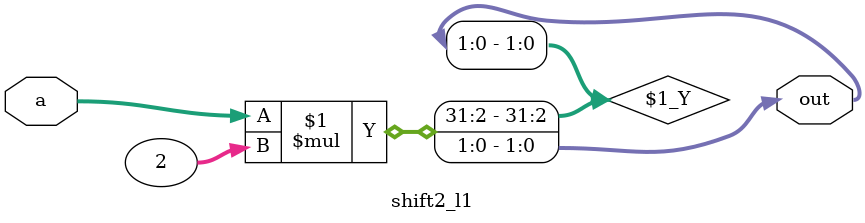
<source format=v>
module shift2_l1(
    input [1:0] a, // 输入a，2
    output [1:0] out // 输出sum
);

assign out = a * 2; // 逻辑左移

endmodule// 64位加法


</source>
